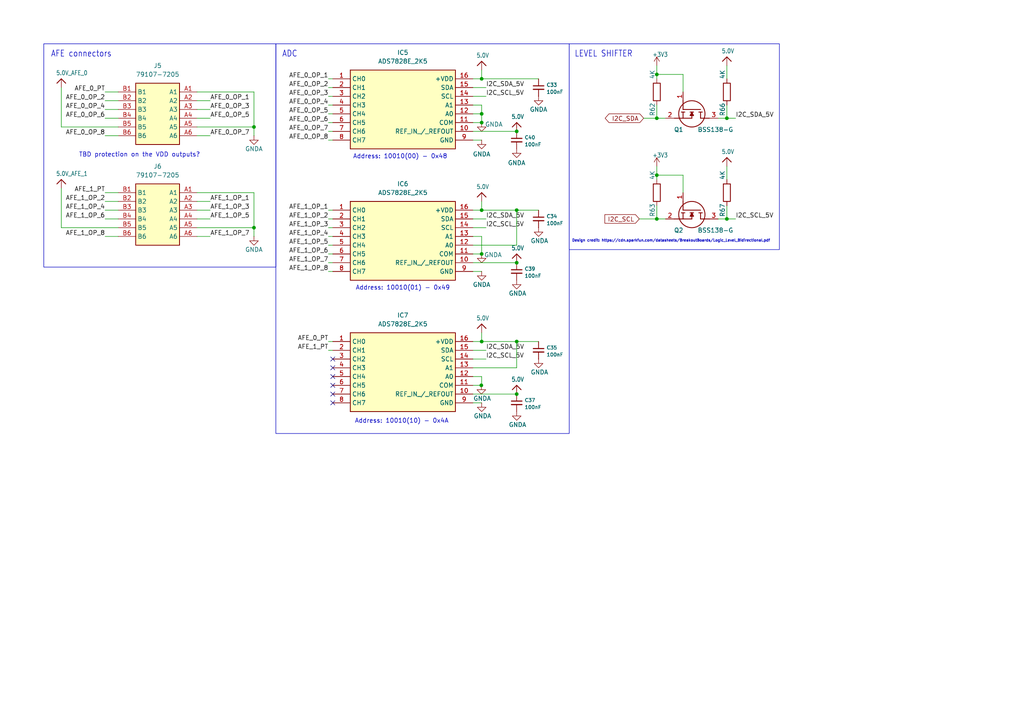
<source format=kicad_sch>
(kicad_sch (version 20250114) (generator "eeschema") (generator_version "9.0")
  (paper "A4")
  (lib_symbols
    (symbol "79107-7205:79107-7205"
      (property "Reference" "J" (at 19.05 7.62 0))
      (property "Value" "79107-7205" (at 19.05 5.08 0))
      (symbol "79107-7205_1_1"
        (rectangle (start 5.08 2.54) (end 17.78 -15.24) (stroke (width 0.254)) (fill (type background)))
        (pin passive line (at 0 0 0) (length 5.08) (name "B1") (number "B1"))
        (pin passive line (at 0 -2.54 0) (length 5.08) (name "B2") (number "B2"))
        (pin passive line (at 0 -5.08 0) (length 5.08) (name "B3") (number "B3"))
        (pin passive line (at 0 -7.62 0) (length 5.08) (name "B4") (number "B4"))
        (pin passive line (at 0 -10.16 0) (length 5.08) (name "B5") (number "B5"))
        (pin passive line (at 0 -12.7 0) (length 5.08) (name "B6") (number "B6"))
        (pin passive line (at 22.86 0 180) (length 5.08) (name "A1") (number "A1"))
        (pin passive line (at 22.86 -2.54 180) (length 5.08) (name "A2") (number "A2"))
        (pin passive line (at 22.86 -5.08 180) (length 5.08) (name "A3") (number "A3"))
        (pin passive line (at 22.86 -7.62 180) (length 5.08) (name "A4") (number "A4"))
        (pin passive line (at 22.86 -10.16 180) (length 5.08) (name "A5") (number "A5"))
        (pin passive line (at 22.86 -12.7 180) (length 5.08) (name "A6") (number "A6"))
      )
    )
    (symbol "ADS7828E_2K5:ADS7828E_2K5"
      (property "Reference" "IC" (at 36.83 7.62 0))
      (property "Value" "ADS7828E_2K5" (at 36.83 5.08 0))
      (symbol "ADS7828E_2K5_1_1"
        (rectangle (start 5.08 2.54) (end 35.56 -20.32) (stroke (width 0.254)) (fill (type background)))
        (pin passive line (at 0 0 0) (length 5.08) (name "CH0") (number "1"))
        (pin passive line (at 0 -2.54 0) (length 5.08) (name "CH1") (number "2"))
        (pin passive line (at 0 -5.08 0) (length 5.08) (name "CH2") (number "3"))
        (pin passive line (at 0 -7.62 0) (length 5.08) (name "CH3") (number "4"))
        (pin passive line (at 0 -10.16 0) (length 5.08) (name "CH4") (number "5"))
        (pin passive line (at 0 -12.7 0) (length 5.08) (name "CH5") (number "6"))
        (pin passive line (at 0 -15.24 0) (length 5.08) (name "CH6") (number "7"))
        (pin passive line (at 0 -17.78 0) (length 5.08) (name "CH7") (number "8"))
        (pin passive line (at 40.64 0 180) (length 5.08) (name "+VDD") (number "16"))
        (pin passive line (at 40.64 -2.54 180) (length 5.08) (name "SDA") (number "15"))
        (pin passive line (at 40.64 -5.08 180) (length 5.08) (name "SCL") (number "14"))
        (pin passive line (at 40.64 -7.62 180) (length 5.08) (name "A1") (number "13"))
        (pin passive line (at 40.64 -10.16 180) (length 5.08) (name "A0") (number "12"))
        (pin passive line (at 40.64 -12.7 180) (length 5.08) (name "COM") (number "11"))
        (pin passive line (at 40.64 -15.24 180) (length 5.08) (name "REF_IN_/_REFOUT") (number "10"))
        (pin passive line (at 40.64 -17.78 180) (length 5.08) (name "GND") (number "9"))
      )
    )
    (symbol "AirU_Pro:5.0V" (power) (in_bom no) (on_board no)
      (property "Value" "5.0V" (at -1.524 1.016 0))
      (symbol "5.0V_1_0"
        (polyline (pts (xy -1.27 -1.27) (xy 0 0)) (stroke (width 0.254)))
        (polyline (pts (xy 0 0) (xy 1.27 -1.27)) (stroke (width 0.254)))
        (pin power_in line (at 0 -2.54 90) (length 2.54) (name "5.0V") (number "1"))
      )
    )
    (symbol "BSS138-G:BSS138-G" (pin_names (hide yes))
      (property "Reference" "Q" (at 11.43 3.81 0))
      (property "Value" "BSS138-G" (at 11.43 1.27 0))
      (symbol "BSS138-G_1_1"
        (polyline (pts (xy 2.54 0) (xy 5.08 0)) (stroke (width 0.254)))
        (polyline (pts (xy 5.08 5.08) (xy 5.08 0)) (stroke (width 0.254)))
        (polyline (pts (xy 5.842 5.588) (xy 5.842 4.572)) (stroke (width 0.254)))
        (polyline (pts (xy 5.842 2.54) (xy 6.858 3.048) (xy 6.858 2.032) (xy 5.842 2.54)) (stroke (width 0.254)) (fill (type outline)))
        (polyline (pts (xy 5.842 2.032) (xy 5.842 3.048)) (stroke (width 0.254)))
        (polyline (pts (xy 5.842 0) (xy 7.62 0)) (stroke (width 0.254)))
        (polyline (pts (xy 5.842 -0.508) (xy 5.842 0.508)) (stroke (width 0.254)))
        (circle (center 6.35 2.54) (radius 3.81) (stroke (width 0.254)))
        (polyline (pts (xy 7.62 5.08) (xy 5.842 5.08)) (stroke (width 0.254)))
        (polyline (pts (xy 7.62 5.08) (xy 7.62 7.62)) (stroke (width 0.254)))
        (polyline (pts (xy 7.62 2.54) (xy 5.842 2.54)) (stroke (width 0.254)))
        (polyline (pts (xy 7.62 2.54) (xy 7.62 -2.54)) (stroke (width 0.254)))
        (pin passive line (at 0 0 0) (length 2.54) (name "G") (number "1"))
        (pin passive line (at 7.62 10.16 270) (length 2.54) (name "D") (number "3"))
        (pin passive line (at 7.62 -5.08 90) (length 2.54) (name "S") (number "2"))
      )
    )
    (symbol "Device:C_Small" (pin_numbers (hide yes)) (pin_names (offset 0.254) (hide yes))
      (property "Reference" "C" (at 0.254 1.778 0))
      (property "Value" "C_Small" (at 0.254 -2.032 0))
      (symbol "C_Small_0_1"
        (polyline (pts (xy -1.524 0.508) (xy 1.524 0.508)) (stroke (width 0.3048)))
        (polyline (pts (xy -1.524 -0.508) (xy 1.524 -0.508)) (stroke (width 0.3302)))
      )
      (symbol "C_Small_1_1"
        (pin passive line (at 0 2.54 270) (length 2.032) (name "~") (number "1"))
        (pin passive line (at 0 -2.54 90) (length 2.032) (name "~") (number "2"))
      )
    )
    (symbol "Device:R" (pin_numbers (hide yes)) (pin_names (offset 0))
      (property "Reference" "R" (at 2.032 0 90))
      (property "Value" "R" (at 0 0 90))
      (symbol "R_0_1"
        (rectangle (start -1.016 -2.54) (end 1.016 2.54) (stroke (width 0.254)))
      )
      (symbol "R_1_1"
        (pin passive line (at 0 3.81 270) (length 1.27) (name "~") (number "1"))
        (pin passive line (at 0 -3.81 90) (length 1.27) (name "~") (number "2"))
      )
    )
    (symbol "power:+3V3" (power) (pin_names (offset 0))
      (property "Value" "+3V3" (at 0 3.556 0))
      (symbol "+3V3_0_1"
        (polyline (pts (xy -0.762 1.27) (xy 0 2.54)))
        (polyline (pts (xy 0 2.54) (xy 0.762 1.27)))
        (polyline (pts (xy 0 0) (xy 0 2.54)))
      )
      (symbol "+3V3_1_1"
        (pin power_in line (at 0 0 90) (length 0) (hide yes) (name "+3V3") (number "1"))
      )
    )
    (symbol "power:GNDA" (power) (pin_numbers (hide yes)) (pin_names (offset 0) (hide yes))
      (property "Value" "GNDA" (at 0 -3.81 0))
      (symbol "GNDA_0_1"
        (polyline (pts (xy 0 0) (xy 0 -1.27) (xy 1.27 -1.27) (xy 0 -2.54) (xy -1.27 -1.27) (xy 0 -1.27)))
      )
      (symbol "GNDA_1_1"
        (pin power_in line (at 0 0 270) (length 0) (name "~") (number "1"))
      )
    )
  )
  (rectangle (start 165.1 12.7) (end 226.06 72.39))
  (rectangle (start 80.01 12.7) (end 165.1 125.73))
  (rectangle (start 12.7 12.7) (end 80.01 77.47))
  (text "AFE connectors" (at 14.732 16.764 0) (effects (font (size 1.778 1.5113)) (justify left bottom)))
  (text "LEVEL SHIFTER" (at 166.624 16.764 0) (effects (font (size 1.778 1.5113)) (justify left bottom)))
  (text "TBD protection on the VDD outputs?" (at 22.86 45.72 0) (effects (font (size 1.27 1.27)) (justify left bottom)))
  (text "Design credit: https://cdn.sparkfun.com/datasheets/BreakoutBoards/Logic_Level_Bidirectional.pdf" (at 165.862 70.358 0) (effects (font (size 0.762 0.762)) (justify left bottom)))
  (text "Address: 10010(00) - 0x48" (at 102.362 46.228 0) (effects (font (size 1.27 1.27)) (justify left bottom)))
  (text "Address: 10010(10) - 0x4A" (at 102.87 122.936 0) (effects (font (size 1.27 1.27)) (justify left bottom)))
  (text "Address: 10010(01) - 0x49" (at 103.124 84.328 0) (effects (font (size 1.27 1.27)) (justify left bottom)))
  (text "ADC" (at 81.788 16.764 0) (effects (font (size 1.778 1.5113)) (justify left bottom)))
  (junction (at 190.5 63.5))
  (junction (at 139.7 60.96))
  (junction (at 73.66 66.04))
  (junction (at 149.86 76.2))
  (junction (at 210.82 34.29))
  (junction (at 149.86 38.1))
  (junction (at 139.7 33.02))
  (junction (at 139.7 99.06))
  (junction (at 190.5 34.29))
  (junction (at 190.5 50.8))
  (junction (at 210.82 63.5))
  (junction (at 149.86 114.3))
  (junction (at 139.7 22.86))
  (junction (at 139.7 35.56))
  (junction (at 73.66 36.83))
  (junction (at 149.86 60.96))
  (junction (at 149.86 99.06))
  (junction (at 139.7 73.66))
  (junction (at 190.5 21.59))
  (junction (at 139.6064 111.76))
  (no_connect (at 96.52 111.76))
  (no_connect (at 96.52 114.3))
  (no_connect (at 96.52 109.22))
  (no_connect (at 96.52 116.84))
  (no_connect (at 96.52 104.14))
  (no_connect (at 96.52 106.68))
  (wire (pts (xy 30.48 68.58) (xy 34.29 68.58)))
  (wire (pts (xy 30.48 55.88) (xy 34.29 55.88)))
  (wire (pts (xy 95.25 30.48) (xy 96.52 30.48)))
  (wire (pts (xy 34.29 36.83) (xy 17.78 36.83)))
  (wire (pts (xy 208.28 34.29) (xy 210.82 34.29)))
  (wire (pts (xy 139.7 111.76) (xy 139.6064 111.76)))
  (wire (pts (xy 57.15 63.5) (xy 60.96 63.5)))
  (wire (pts (xy 139.7 78.74) (xy 137.16 78.74)))
  (wire (pts (xy 198.12 55.88) (xy 198.12 50.8)))
  (wire (pts (xy 57.15 31.75) (xy 60.96 31.75)))
  (wire (pts (xy 57.15 68.58) (xy 60.96 68.58)))
  (wire (pts (xy 140.97 104.14) (xy 137.16 104.14)))
  (wire (pts (xy 73.66 26.67) (xy 73.66 36.83)))
  (wire (pts (xy 95.25 35.56) (xy 96.52 35.56)))
  (wire (pts (xy 139.6064 111.76) (xy 137.16 111.76)))
  (wire (pts (xy 139.7 109.22) (xy 139.7 111.76)))
  (wire (pts (xy 137.16 33.02) (xy 139.7 33.02)))
  (wire (pts (xy 185.42 63.5) (xy 190.5 63.5)))
  (wire (pts (xy 57.15 29.21) (xy 60.96 29.21)))
  (wire (pts (xy 137.16 109.22) (xy 139.7 109.22)))
  (wire (pts (xy 139.7 73.66) (xy 137.16 73.66)))
  (wire (pts (xy 210.82 48.26) (xy 210.82 52.07)))
  (wire (pts (xy 190.5 50.8) (xy 190.5 52.07)))
  (wire (pts (xy 95.25 78.74) (xy 96.52 78.74)))
  (wire (pts (xy 30.48 63.5) (xy 34.29 63.5)))
  (wire (pts (xy 139.7 60.96) (xy 149.86 60.96)))
  (wire (pts (xy 137.16 38.1) (xy 149.86 38.1)))
  (wire (pts (xy 95.25 73.66) (xy 96.52 73.66)))
  (wire (pts (xy 139.7 40.64) (xy 137.16 40.64)))
  (wire (pts (xy 137.16 30.48) (xy 139.7 30.48)))
  (wire (pts (xy 190.5 19.05) (xy 190.5 21.59)))
  (wire (pts (xy 139.7 22.86) (xy 137.16 22.86)))
  (wire (pts (xy 95.25 76.2) (xy 96.52 76.2)))
  (wire (pts (xy 95.25 99.06) (xy 96.52 99.06)))
  (wire (pts (xy 190.5 34.29) (xy 193.04 34.29)))
  (wire (pts (xy 95.25 68.58) (xy 96.52 68.58)))
  (wire (pts (xy 140.97 66.04) (xy 137.16 66.04)))
  (wire (pts (xy 95.25 101.6) (xy 96.52 101.6)))
  (wire (pts (xy 190.5 30.48) (xy 190.5 34.29)))
  (wire (pts (xy 139.7 20.32) (xy 139.7 22.86)))
  (wire (pts (xy 95.25 63.5) (xy 96.52 63.5)))
  (wire (pts (xy 139.7 22.86) (xy 156.21 22.86)))
  (wire (pts (xy 57.15 58.42) (xy 60.96 58.42)))
  (wire (pts (xy 73.66 36.83) (xy 73.66 39.37)))
  (wire (pts (xy 17.78 36.83) (xy 17.78 25.4)))
  (wire (pts (xy 57.15 55.88) (xy 73.66 55.88)))
  (wire (pts (xy 95.25 25.4) (xy 96.52 25.4)))
  (wire (pts (xy 73.66 55.88) (xy 73.66 66.04)))
  (wire (pts (xy 30.48 60.96) (xy 34.29 60.96)))
  (wire (pts (xy 57.15 66.04) (xy 73.66 66.04)))
  (wire (pts (xy 95.25 33.02) (xy 96.52 33.02)))
  (wire (pts (xy 17.78 66.04) (xy 17.78 54.61)))
  (wire (pts (xy 139.7 68.58) (xy 139.7 73.66)))
  (wire (pts (xy 95.25 71.12) (xy 96.52 71.12)))
  (wire (pts (xy 149.86 71.12) (xy 149.86 60.96)))
  (wire (pts (xy 137.16 76.2) (xy 149.86 76.2)))
  (wire (pts (xy 190.5 59.69) (xy 190.5 63.5)))
  (wire (pts (xy 186.69 34.29) (xy 190.5 34.29)))
  (wire (pts (xy 139.7 60.96) (xy 137.16 60.96)))
  (wire (pts (xy 30.48 34.29) (xy 34.29 34.29)))
  (wire (pts (xy 210.82 19.05) (xy 210.82 22.86)))
  (wire (pts (xy 30.48 58.42) (xy 34.29 58.42)))
  (wire (pts (xy 139.7 58.42) (xy 139.7 60.96)))
  (wire (pts (xy 95.25 38.1) (xy 96.52 38.1)))
  (wire (pts (xy 210.82 34.29) (xy 210.82 30.48)))
  (wire (pts (xy 190.5 63.5) (xy 193.04 63.5)))
  (wire (pts (xy 139.7 99.06) (xy 137.16 99.06)))
  (wire (pts (xy 140.97 27.94) (xy 137.16 27.94)))
  (wire (pts (xy 149.86 106.68) (xy 149.86 99.06)))
  (wire (pts (xy 95.25 66.04) (xy 96.52 66.04)))
  (wire (pts (xy 210.82 59.69) (xy 210.82 63.5)))
  (wire (pts (xy 149.86 60.96) (xy 156.21 60.96)))
  (wire (pts (xy 30.48 31.75) (xy 34.29 31.75)))
  (wire (pts (xy 190.5 21.59) (xy 198.12 21.59)))
  (wire (pts (xy 140.97 63.5) (xy 137.16 63.5)))
  (wire (pts (xy 139.7 35.56) (xy 137.16 35.56)))
  (wire (pts (xy 57.15 34.29) (xy 60.96 34.29)))
  (wire (pts (xy 139.7 96.52) (xy 139.7 99.06)))
  (wire (pts (xy 73.66 66.04) (xy 73.66 68.58)))
  (wire (pts (xy 30.48 29.21) (xy 34.29 29.21)))
  (wire (pts (xy 95.25 22.86) (xy 96.52 22.86)))
  (wire (pts (xy 34.29 66.04) (xy 17.78 66.04)))
  (wire (pts (xy 57.15 36.83) (xy 73.66 36.83)))
  (wire (pts (xy 57.15 60.96) (xy 60.96 60.96)))
  (wire (pts (xy 95.25 60.96) (xy 96.52 60.96)))
  (wire (pts (xy 190.5 50.8) (xy 198.12 50.8)))
  (wire (pts (xy 190.5 21.59) (xy 190.5 22.86)))
  (wire (pts (xy 137.16 68.58) (xy 139.7 68.58)))
  (wire (pts (xy 137.16 114.3) (xy 149.86 114.3)))
  (wire (pts (xy 140.97 101.6) (xy 137.16 101.6)))
  (wire (pts (xy 210.82 63.5) (xy 213.36 63.5)))
  (wire (pts (xy 137.16 106.68) (xy 149.86 106.68)))
  (wire (pts (xy 198.12 26.67) (xy 198.12 21.59)))
  (wire (pts (xy 137.16 71.12) (xy 149.86 71.12)))
  (wire (pts (xy 190.5 48.26) (xy 190.5 50.8)))
  (wire (pts (xy 95.25 27.94) (xy 96.52 27.94)))
  (wire (pts (xy 139.7 99.06) (xy 149.86 99.06)))
  (wire (pts (xy 57.15 26.67) (xy 73.66 26.67)))
  (wire (pts (xy 139.7 30.48) (xy 139.7 33.02)))
  (wire (pts (xy 149.86 99.06) (xy 156.21 99.06)))
  (wire (pts (xy 139.7 116.84) (xy 137.16 116.84)))
  (wire (pts (xy 210.82 63.5) (xy 208.28 63.5)))
  (wire (pts (xy 210.82 34.29) (xy 213.36 34.29)))
  (wire (pts (xy 57.15 39.37) (xy 60.96 39.37)))
  (wire (pts (xy 30.48 26.67) (xy 34.29 26.67)))
  (wire (pts (xy 139.7 33.02) (xy 139.7 35.56)))
  (wire (pts (xy 30.48 39.37) (xy 34.29 39.37)))
  (wire (pts (xy 140.97 25.4) (xy 137.16 25.4)))
  (wire (pts (xy 95.25 40.64) (xy 96.52 40.64)))
  (label "AFE_1_OP_1" (at 95.25 60.96 180))
  (label "AFE_0_OP_6" (at 30.48 34.29 180))
  (label "AFE_1_OP_5" (at 60.96 63.5 0))
  (label "AFE_0_OP_8" (at 30.48 39.37 180))
  (label "AFE_1_OP_4" (at 30.48 60.96 180))
  (label "AFE_1_OP_2" (at 95.25 63.5 180))
  (label "AFE_0_OP_7" (at 60.96 39.37 0))
  (label "AFE_1_PT" (at 95.25 101.6 180))
  (label "I2C_SDA_5V" (at 140.97 63.5 0))
  (label "AFE_0_OP_5" (at 95.25 33.02 180))
  (label "AFE_0_OP_2" (at 30.48 29.21 180))
  (label "AFE_0_OP_3" (at 60.96 31.75 0))
  (label "I2C_SDA_5V" (at 140.97 25.4 0))
  (label "AFE_0_OP_7" (at 95.25 38.1 180))
  (label "AFE_1_OP_6" (at 30.48 63.5 180))
  (label "I2C_SCL_5V" (at 140.97 27.94 0))
  (label "I2C_SCL_5V" (at 213.36 63.5 0))
  (label "AFE_1_OP_3" (at 60.96 60.96 0))
  (label "AFE_1_PT" (at 30.48 55.88 180))
  (label "AFE_1_OP_7" (at 95.25 76.2 180))
  (label "AFE_0_OP_6" (at 95.25 35.56 180))
  (label "I2C_SCL_5V" (at 140.97 66.04 0))
  (label "AFE_1_OP_1" (at 60.96 58.42 0))
  (label "I2C_SDA_5V" (at 140.97 101.6 0))
  (label "I2C_SDA_5V" (at 213.36 34.29 0))
  (label "AFE_1_OP_8" (at 30.48 68.58 180))
  (label "I2C_SCL_5V" (at 140.97 104.14 0))
  (label "AFE_0_OP_4" (at 30.48 31.75 180))
  (label "AFE_0_OP_2" (at 95.25 25.4 180))
  (label "AFE_0_OP_1" (at 60.96 29.21 0))
  (label "AFE_1_OP_6" (at 95.25 73.66 180))
  (label "AFE_0_OP_4" (at 95.25 30.48 180))
  (label "AFE_1_OP_2" (at 30.48 58.42 180))
  (label "AFE_0_OP_3" (at 95.25 27.94 180))
  (label "AFE_1_OP_4" (at 95.25 68.58 180))
  (label "AFE_0_PT" (at 95.25 99.06 180))
  (label "AFE_0_OP_8" (at 95.25 40.64 180))
  (label "AFE_0_OP_1" (at 95.25 22.86 180))
  (label "AFE_1_OP_7" (at 60.96 68.58 0))
  (label "AFE_0_OP_5" (at 60.96 34.29 0))
  (label "AFE_1_OP_3" (at 95.25 66.04 180))
  (label "AFE_1_OP_8" (at 95.25 78.74 180))
  (label "AFE_1_OP_5" (at 95.25 71.12 180))
  (label "AFE_0_PT" (at 30.48 26.67 180))
  (global_label "I2C_SDA" (shape bidirectional) (at 186.69 34.29 180) (property "Intersheetrefs" "${INTERSHEET_REFS}" (effects (hide yes))))
  (global_label "I2C_SCL" (shape input) (at 185.42 63.5 180) (property "Intersheetrefs" "${INTERSHEET_REFS}" (effects (hide yes))))
  (symbol (lib_id "BSS138-G:BSS138-G") (at 198.12 55.88 270) (unit 1)
    (property "Reference" "Q2" (at 196.85 66.802 90))
    (property "Value" "BSS138-G" (at 207.518 66.802 90))
    (property "Footprint" "SOT96P237X111-3N" (effects (hide yes)))
    (property "Datasheet" "https://www.onsemi.com/pub/Collateral/BSS138-D.PDF" (effects (hide yes)))
    (property "Description" "Compact industry standard SOT-23 surface mount package.; 0.22 A, 50 V. RDS(ON) = 3.5  @ VGS = 10 V. RDS(ON) = 6.0  @ VGS = 4.5 V; Rugged and Reliable.; High density cell design for extremely low RDS(ON)." (effects (hide yes)))
    (property "Height" "1.11" (effects (hide yes)))
    (property "Mouser Part Number" "863-BSS138-G" (effects (hide yes)))
    (property "Mouser Price/Stock" "https://www.mouser.co.uk/ProductDetail/onsemi/BSS138-G?qs=UkDUCjYnTB3VwCqWT1Cb%2FQ%3D%3D" (effects (hide yes)))
    (property "Manufacturer_Name" "onsemi" (effects (hide yes)))
    (property "Manufacturer_Part_Number" "BSS138-G" (effects (hide yes)))
  )
  (symbol (lib_id "power:GNDA") (at 139.7 73.66 0) (unit 1)
    (property "Reference" "#PWR069" (effects (hide yes)))
    (property "Value" "GNDA" (at 143.002 73.914 0))
    (property "Description" "Power symbol creates a global label with name \"GNDA\" , analog ground" (effects (hide yes)))
  )
  (symbol (lib_id "power:GNDA") (at 139.7 78.74 0) (unit 1)
    (property "Reference" "#PWR070" (effects (hide yes)))
    (property "Value" "GNDA" (at 139.7 82.55 0))
    (property "Description" "Power symbol creates a global label with name \"GNDA\" , analog ground" (effects (hide yes)))
  )
  (symbol (lib_id "AirU_Pro:5.0V") (at 149.86 111.76 0) (unit 1)
    (property "Reference" "#U$03" (effects (hide yes)))
    (property "Value" "5.0V" (at 148.336 110.744 0) (effects (font (size 1.27 1.0795)) (justify left bottom)))
    (property "Footprint" "AirU_v3.0:" (effects (hide yes)))
  )
  (symbol (lib_id "AirU_Pro:5.0V") (at 17.78 22.86 0) (unit 1)
    (property "Reference" "#U$013" (effects (hide yes)))
    (property "Value" "5.0V_AFE_0" (at 16.256 21.844 0) (effects (font (size 1.27 1.0795)) (justify left bottom)))
    (property "Footprint" "AirU_v3.0:" (effects (hide yes)))
  )
  (symbol (lib_id "AirU_Pro:5.0V") (at 149.86 73.66 0) (unit 1)
    (property "Reference" "#U$010" (effects (hide yes)))
    (property "Value" "5.0V" (at 148.336 72.644 0) (effects (font (size 1.27 1.0795)) (justify left bottom)))
    (property "Footprint" "AirU_v3.0:" (effects (hide yes)))
  )
  (symbol (lib_id "AirU_Pro:5.0V") (at 139.7 93.98 0) (unit 1)
    (property "Reference" "#U$042" (effects (hide yes)))
    (property "Value" "5.0V" (at 138.176 92.964 0) (effects (font (size 1.27 1.0795)) (justify left bottom)))
    (property "Footprint" "AirU_v3.0:" (effects (hide yes)))
  )
  (symbol (lib_id "power:GNDA") (at 73.66 68.58 0) (unit 1)
    (property "Reference" "#PWR066" (effects (hide yes)))
    (property "Value" "GNDA" (at 73.66 72.39 0))
    (property "Description" "Power symbol creates a global label with name \"GNDA\" , analog ground" (effects (hide yes)))
  )
  (symbol (lib_id "BSS138-G:BSS138-G") (at 198.12 26.67 270) (unit 1)
    (property "Reference" "Q1" (at 196.85 37.592 90))
    (property "Value" "BSS138-G" (at 207.518 37.592 90))
    (property "Footprint" "SOT96P237X111-3N" (effects (hide yes)))
    (property "Datasheet" "https://www.onsemi.com/pub/Collateral/BSS138-D.PDF" (effects (hide yes)))
    (property "Description" "Compact industry standard SOT-23 surface mount package.; 0.22 A, 50 V. RDS(ON) = 3.5  @ VGS = 10 V. RDS(ON) = 6.0  @ VGS = 4.5 V; Rugged and Reliable.; High density cell design for extremely low RDS(ON)." (effects (hide yes)))
    (property "Height" "1.11" (effects (hide yes)))
    (property "Mouser Part Number" "863-BSS138-G" (effects (hide yes)))
    (property "Mouser Price/Stock" "https://www.mouser.co.uk/ProductDetail/onsemi/BSS138-G?qs=UkDUCjYnTB3VwCqWT1Cb%2FQ%3D%3D" (effects (hide yes)))
    (property "Manufacturer_Name" "onsemi" (effects (hide yes)))
    (property "Manufacturer_Part_Number" "BSS138-G" (effects (hide yes)))
  )
  (symbol (lib_id "AirU_Pro:5.0V") (at 139.7 55.88 0) (unit 1)
    (property "Reference" "#U$06" (effects (hide yes)))
    (property "Value" "5.0V" (at 138.176 54.864 0) (effects (font (size 1.27 1.0795)) (justify left bottom)))
    (property "Footprint" "AirU_v3.0:" (effects (hide yes)))
  )
  (symbol (lib_id "Device:C_Small") (at 149.86 116.84 0) (unit 1)
    (property "Reference" "C37" (at 152.146 116.078 0) (effects (font (size 1.016 1.016)) (justify left)))
    (property "Value" "100nF" (at 152.146 118.11 0) (effects (font (size 1.016 1.016)) (justify left)))
    (property "Description" "Unpolarized capacitor, small symbol" (effects (hide yes)))
  )
  (symbol (lib_id "power:+3V3") (at 190.5 19.05 0) (unit 1)
    (property "Reference" "#U$0151" (effects (hide yes)))
    (property "Value" "+3V3" (at 189.23 16.51 0) (effects (font (size 1.27 1.0795)) (justify left bottom)))
    (property "Footprint" "AirU_v3.0:" (effects (hide yes)))
  )
  (symbol (lib_id "power:GNDA") (at 139.7 40.64 0) (unit 1)
    (property "Reference" "#PWR068" (effects (hide yes)))
    (property "Value" "GNDA" (at 139.7 44.704 0))
    (property "Description" "Power symbol creates a global label with name \"GNDA\" , analog ground" (effects (hide yes)))
  )
  (symbol (lib_id "ADS7828E_2K5:ADS7828E_2K5") (at 96.52 22.86 0) (unit 1)
    (property "Reference" "IC5" (at 116.84 15.24 0))
    (property "Value" "ADS7828E_2K5" (at 116.84 17.78 0))
    (property "Footprint" "SOP65P640X120-16N" (effects (hide yes)))
    (property "Datasheet" "http://www.ti.com/lit/ds/symlink/ads7828.pdf" (effects (hide yes)))
    (property "Description" "TEXAS INSTRUMENTS - ADS7828E/2K5 - ADC, OCTAL, SAR, 12BIT, 50KSPS, TSSOP-16" (effects (hide yes)))
    (property "Height" "1.2" (effects (hide yes)))
    (property "Mouser Part Number" "595-ADS7828E/2K5" (effects (hide yes)))
    (property "Mouser Price/Stock" "https://www.mouser.co.uk/ProductDetail/Texas-Instruments/ADS7828E-2K5?qs=%252BvKcWiXw%252BzTDfgQYOO5VWA%3D%3D" (effects (hide yes)))
    (property "Manufacturer_Name" "Texas Instruments" (effects (hide yes)))
    (property "Manufacturer_Part_Number" "ADS7828E/2K5" (effects (hide yes)))
  )
  (symbol (lib_id "ADS7828E_2K5:ADS7828E_2K5") (at 96.52 99.06 0) (unit 1)
    (property "Reference" "IC7" (at 116.84 91.44 0))
    (property "Value" "ADS7828E_2K5" (at 116.84 93.98 0))
    (property "Footprint" "SOP65P640X120-16N" (effects (hide yes)))
    (property "Datasheet" "http://www.ti.com/lit/ds/symlink/ads7828.pdf" (effects (hide yes)))
    (property "Description" "TEXAS INSTRUMENTS - ADS7828E/2K5 - ADC, OCTAL, SAR, 12BIT, 50KSPS, TSSOP-16" (effects (hide yes)))
    (property "Height" "1.2" (effects (hide yes)))
    (property "Mouser Part Number" "595-ADS7828E/2K5" (effects (hide yes)))
    (property "Mouser Price/Stock" "https://www.mouser.co.uk/ProductDetail/Texas-Instruments/ADS7828E-2K5?qs=%252BvKcWiXw%252BzTDfgQYOO5VWA%3D%3D" (effects (hide yes)))
    (property "Manufacturer_Name" "Texas Instruments" (effects (hide yes)))
    (property "Manufacturer_Part_Number" "ADS7828E/2K5" (effects (hide yes)))
  )
  (symbol (lib_id "Device:R") (at 190.5 26.67 0) (unit 1)
    (property "Reference" "R62" (at 189.23 31.75 90))
    (property "Value" "4K" (at 189.23 21.59 90))
    (property "Footprint" "Resistor_SMD:R_0603_1608Metric" (effects (hide yes)))
  )
  (symbol (lib_id "power:GNDA") (at 139.7 116.84 0) (unit 1)
    (property "Reference" "#PWR082" (effects (hide yes)))
    (property "Value" "GNDA" (at 139.954 120.65 0))
    (property "Description" "Power symbol creates a global label with name \"GNDA\" , analog ground" (effects (hide yes)))
  )
  (symbol (lib_id "power:GNDA") (at 156.21 66.04 0) (unit 1)
    (property "Reference" "#PWR076" (effects (hide yes)))
    (property "Value" "GNDA" (at 156.464 69.85 0))
    (property "Description" "Power symbol creates a global label with name \"GNDA\" , analog ground" (effects (hide yes)))
  )
  (symbol (lib_id "power:GNDA") (at 156.21 104.14 0) (unit 1)
    (property "Reference" "#PWR075" (effects (hide yes)))
    (property "Value" "GNDA" (at 156.464 107.95 0))
    (property "Description" "Power symbol creates a global label with name \"GNDA\" , analog ground" (effects (hide yes)))
  )
  (symbol (lib_id "power:GNDA") (at 149.86 81.28 0) (unit 1)
    (property "Reference" "#PWR071" (effects (hide yes)))
    (property "Value" "GNDA" (at 150.114 85.09 0))
    (property "Description" "Power symbol creates a global label with name \"GNDA\" , analog ground" (effects (hide yes)))
  )
  (symbol (lib_id "79107-7205:79107-7205") (at 34.29 55.88 0) (unit 1)
    (property "Reference" "J6" (at 45.72 48.26 0))
    (property "Value" "79107-7205" (at 45.72 50.8 0))
    (property "Footprint" "791077205" (effects (hide yes)))
    (property "Datasheet" "https://www.molex.com/pdm_docs/sd/791077205_sd.pdf" (effects (hide yes)))
    (property "Description" "Headers & Wire Housings MGrid VRec DR W/OPg W/OPgs .38AuLF 12Ckt" (effects (hide yes)))
    (property "Height" "4.69" (effects (hide yes)))
    (property "Mouser Part Number" "538-79107-7205" (effects (hide yes)))
    (property "Mouser Price/Stock" "https://www.mouser.co.uk/ProductDetail/Molex/79107-7205?qs=twZKxcNrvDYEJ65%2FtIoaGw%3D%3D" (effects (hide yes)))
    (property "Manufacturer_Name" "Molex" (effects (hide yes)))
    (property "Manufacturer_Part_Number" "79107-7205" (effects (hide yes)))
  )
  (symbol (lib_id "Device:C_Small") (at 156.21 63.5 0) (unit 1)
    (property "Reference" "C34" (at 158.496 62.738 0) (effects (font (size 1.016 1.016)) (justify left)))
    (property "Value" "100nF" (at 158.496 64.77 0) (effects (font (size 1.016 1.016)) (justify left)))
    (property "Description" "Unpolarized capacitor, small symbol" (effects (hide yes)))
  )
  (symbol (lib_id "power:GNDA") (at 139.6064 111.76 0) (unit 1)
    (property "Reference" "#PWR073" (effects (hide yes)))
    (property "Value" "GNDA" (at 139.8604 115.57 0))
    (property "Description" "Power symbol creates a global label with name \"GNDA\" , analog ground" (effects (hide yes)))
  )
  (symbol (lib_id "Device:C_Small") (at 156.21 25.4 0) (unit 1)
    (property "Reference" "C33" (at 158.496 24.638 0) (effects (font (size 1.016 1.016)) (justify left)))
    (property "Value" "100nF" (at 158.496 26.67 0) (effects (font (size 1.016 1.016)) (justify left)))
    (property "Description" "Unpolarized capacitor, small symbol" (effects (hide yes)))
  )
  (symbol (lib_id "Device:R") (at 190.5 55.88 0) (unit 1)
    (property "Reference" "R63" (at 189.23 60.96 90))
    (property "Value" "4K" (at 189.23 50.8 90))
    (property "Footprint" "Resistor_SMD:R_0603_1608Metric" (effects (hide yes)))
  )
  (symbol (lib_id "Device:C_Small") (at 149.86 40.64 0) (unit 1)
    (property "Reference" "C40" (at 152.146 39.878 0) (effects (font (size 1.016 1.016)) (justify left)))
    (property "Value" "100nF" (at 152.146 41.91 0) (effects (font (size 1.016 1.016)) (justify left)))
    (property "Description" "Unpolarized capacitor, small symbol" (effects (hide yes)))
  )
  (symbol (lib_id "79107-7205:79107-7205") (at 34.29 26.67 0) (unit 1)
    (property "Reference" "J5" (at 45.72 19.05 0))
    (property "Value" "79107-7205" (at 45.72 21.59 0))
    (property "Footprint" "791077205" (effects (hide yes)))
    (property "Datasheet" "https://www.molex.com/pdm_docs/sd/791077205_sd.pdf" (effects (hide yes)))
    (property "Description" "Headers & Wire Housings MGrid VRec DR W/OPg W/OPgs .38AuLF 12Ckt" (effects (hide yes)))
    (property "Height" "4.69" (effects (hide yes)))
    (property "Mouser Part Number" "538-79107-7205" (effects (hide yes)))
    (property "Mouser Price/Stock" "https://www.mouser.co.uk/ProductDetail/Molex/79107-7205?qs=twZKxcNrvDYEJ65%2FtIoaGw%3D%3D" (effects (hide yes)))
    (property "Manufacturer_Name" "Molex" (effects (hide yes)))
    (property "Manufacturer_Part_Number" "79107-7205" (effects (hide yes)))
  )
  (symbol (lib_id "AirU_Pro:5.0V") (at 139.7 17.78 0) (unit 1)
    (property "Reference" "#U$08" (effects (hide yes)))
    (property "Value" "5.0V" (at 138.176 16.764 0) (effects (font (size 1.27 1.0795)) (justify left bottom)))
    (property "Footprint" "AirU_v3.0:" (effects (hide yes)))
  )
  (symbol (lib_id "Device:R") (at 210.82 55.88 0) (unit 1)
    (property "Reference" "R67" (at 209.55 60.96 90))
    (property "Value" "4K" (at 209.55 50.8 90))
    (property "Footprint" "Resistor_SMD:R_0603_1608Metric" (effects (hide yes)))
  )
  (symbol (lib_id "Device:C_Small") (at 156.21 101.6 0) (unit 1)
    (property "Reference" "C35" (at 158.496 100.838 0) (effects (font (size 1.016 1.016)) (justify left)))
    (property "Value" "100nF" (at 158.496 102.87 0) (effects (font (size 1.016 1.016)) (justify left)))
    (property "Description" "Unpolarized capacitor, small symbol" (effects (hide yes)))
  )
  (symbol (lib_id "power:GNDA") (at 139.7 35.56 0) (unit 1)
    (property "Reference" "#PWR072" (effects (hide yes)))
    (property "Value" "GNDA" (at 143.256 36.068 0))
    (property "Description" "Power symbol creates a global label with name \"GNDA\" , analog ground" (effects (hide yes)))
  )
  (symbol (lib_id "AirU_Pro:5.0V") (at 149.86 35.56 0) (unit 1)
    (property "Reference" "#U$09" (effects (hide yes)))
    (property "Value" "5.0V" (at 148.336 34.544 0) (effects (font (size 1.27 1.0795)) (justify left bottom)))
    (property "Footprint" "AirU_v3.0:" (effects (hide yes)))
  )
  (symbol (lib_id "AirU_Pro:5.0V") (at 17.78 52.07 0) (unit 1)
    (property "Reference" "#U$014" (effects (hide yes)))
    (property "Value" "5.0V_AFE_1" (at 16.256 51.054 0) (effects (font (size 1.27 1.0795)) (justify left bottom)))
    (property "Footprint" "AirU_v3.0:" (effects (hide yes)))
  )
  (symbol (lib_id "Device:R") (at 210.82 26.67 0) (unit 1)
    (property "Reference" "R66" (at 209.55 31.75 90))
    (property "Value" "4K" (at 209.55 21.59 90))
    (property "Footprint" "Resistor_SMD:R_0603_1608Metric" (effects (hide yes)))
  )
  (symbol (lib_id "power:GNDA") (at 73.66 39.37 0) (unit 1)
    (property "Reference" "#PWR064" (effects (hide yes)))
    (property "Value" "GNDA" (at 73.66 43.18 0))
    (property "Description" "Power symbol creates a global label with name \"GNDA\" , analog ground" (effects (hide yes)))
  )
  (symbol (lib_id "Device:C_Small") (at 149.86 78.74 0) (unit 1)
    (property "Reference" "C39" (at 152.146 77.978 0) (effects (font (size 1.016 1.016)) (justify left)))
    (property "Value" "100nF" (at 152.146 80.01 0) (effects (font (size 1.016 1.016)) (justify left)))
    (property "Description" "Unpolarized capacitor, small symbol" (effects (hide yes)))
  )
  (symbol (lib_id "power:GNDA") (at 149.86 119.38 0) (unit 1)
    (property "Reference" "#PWR074" (effects (hide yes)))
    (property "Value" "GNDA" (at 150.114 123.19 0))
    (property "Description" "Power symbol creates a global label with name \"GNDA\" , analog ground" (effects (hide yes)))
  )
  (symbol (lib_id "ADS7828E_2K5:ADS7828E_2K5") (at 96.52 60.96 0) (unit 1)
    (property "Reference" "IC6" (at 116.84 53.34 0))
    (property "Value" "ADS7828E_2K5" (at 116.84 55.88 0))
    (property "Footprint" "SOP65P640X120-16N" (effects (hide yes)))
    (property "Datasheet" "http://www.ti.com/lit/ds/symlink/ads7828.pdf" (effects (hide yes)))
    (property "Description" "TEXAS INSTRUMENTS - ADS7828E/2K5 - ADC, OCTAL, SAR, 12BIT, 50KSPS, TSSOP-16" (effects (hide yes)))
    (property "Height" "1.2" (effects (hide yes)))
    (property "Mouser Part Number" "595-ADS7828E/2K5" (effects (hide yes)))
    (property "Mouser Price/Stock" "https://www.mouser.co.uk/ProductDetail/Texas-Instruments/ADS7828E-2K5?qs=%252BvKcWiXw%252BzTDfgQYOO5VWA%3D%3D" (effects (hide yes)))
    (property "Manufacturer_Name" "Texas Instruments" (effects (hide yes)))
    (property "Manufacturer_Part_Number" "ADS7828E/2K5" (effects (hide yes)))
  )
  (symbol (lib_id "AirU_Pro:5.0V") (at 210.82 45.72 0) (unit 1)
    (property "Reference" "#U$012" (effects (hide yes)))
    (property "Value" "5.0V" (at 209.296 44.704 0) (effects (font (size 1.27 1.0795)) (justify left bottom)))
    (property "Footprint" "AirU_v3.0:" (effects (hide yes)))
  )
  (symbol (lib_id "power:+3V3") (at 190.5 48.26 0) (unit 1)
    (property "Reference" "#U$0150" (effects (hide yes)))
    (property "Value" "+3V3" (at 189.23 45.72 0) (effects (font (size 1.27 1.0795)) (justify left bottom)))
    (property "Footprint" "AirU_v3.0:" (effects (hide yes)))
  )
  (symbol (lib_id "power:GNDA") (at 156.21 27.94 0) (unit 1)
    (property "Reference" "#PWR065" (effects (hide yes)))
    (property "Value" "GNDA" (at 156.21 31.75 0))
    (property "Description" "Power symbol creates a global label with name \"GNDA\" , analog ground" (effects (hide yes)))
  )
  (symbol (lib_id "AirU_Pro:5.0V") (at 210.82 16.51 0) (unit 1)
    (property "Reference" "#U$011" (effects (hide yes)))
    (property "Value" "5.0V" (at 209.296 15.494 0) (effects (font (size 1.27 1.0795)) (justify left bottom)))
    (property "Footprint" "AirU_v3.0:" (effects (hide yes)))
  )
  (symbol (lib_id "power:GNDA") (at 149.86 43.18 0) (unit 1)
    (property "Reference" "#PWR067" (effects (hide yes)))
    (property "Value" "GNDA" (at 149.86 47.244 0))
    (property "Description" "Power symbol creates a global label with name \"GNDA\" , analog ground" (effects (hide yes)))
  )
)
</source>
